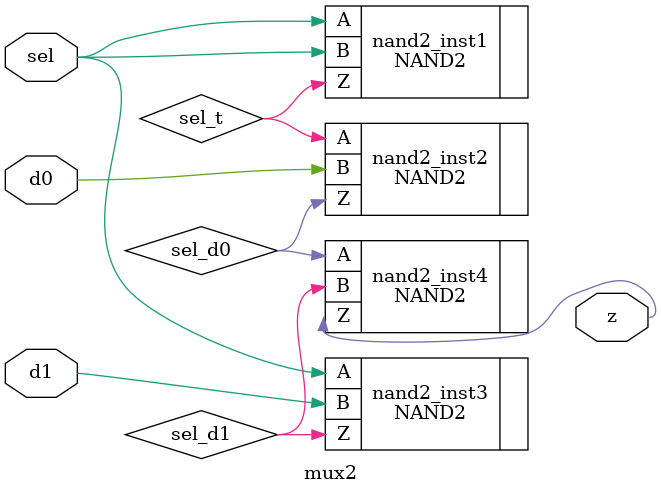
<source format=sv>
module mux2 (
    input logic d0,          // Data input 0
    input logic d1,          // Data input 1
    input logic sel,         // Select input
    output logic z           // Output
);

	logic sel_t, sel_d0, sel_d1;

	NAND2 #(.Tpdlh(2), 
			.Tpdhl(2)
			) nand2_inst1 (
				.Z(sel_t),
				.A(sel),
				.B(sel)
			);
	
	NAND2 #(.Tpdlh(2),
			.Tpdhl(2)
			) nand2_inst2 (
				.Z(sel_d0),
				.A(sel_t),
				.B(d0)
			);

	NAND2 #(.Tpdlh(2),
			.Tpdhl(2)
			) nand2_inst3 (
				.Z(sel_d1),
				.A(sel),
				.B(d1)
			);

	NAND2 #(.Tpdlh(2),
			.Tpdhl(2)
			) nand2_inst4 (
				.Z(z),
				.A(sel_d0),
				.B(sel_d1)
			);

endmodule

</source>
